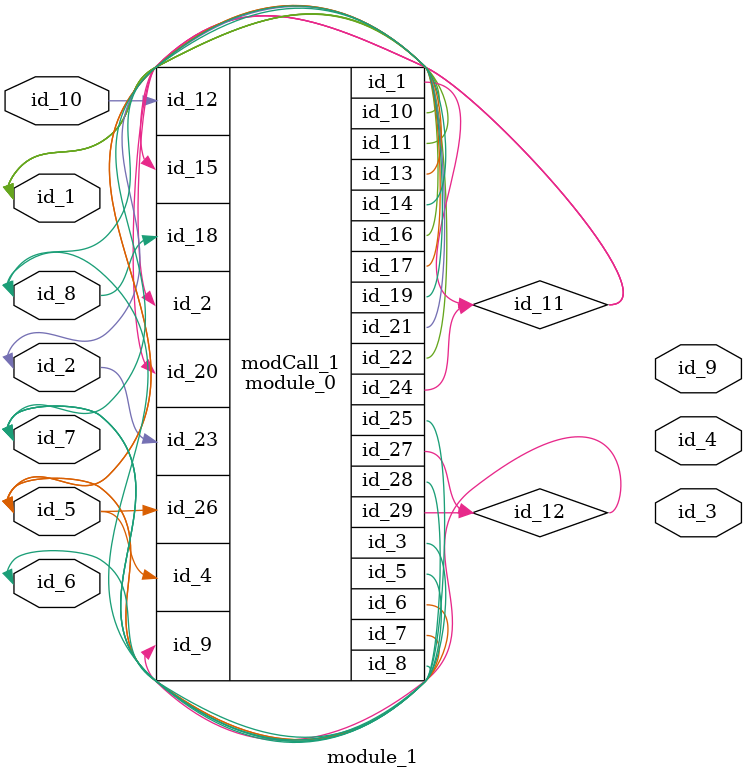
<source format=v>
module module_0 (
    id_1,
    id_2,
    id_3,
    id_4,
    id_5,
    id_6,
    id_7,
    id_8,
    id_9,
    id_10,
    id_11,
    id_12,
    id_13,
    id_14,
    id_15,
    id_16,
    id_17,
    id_18,
    id_19,
    id_20,
    id_21,
    id_22,
    id_23,
    id_24,
    id_25,
    id_26,
    id_27,
    id_28,
    id_29
);
  inout wire id_29;
  output wire id_28;
  inout wire id_27;
  input wire id_26;
  output wire id_25;
  output wire id_24;
  input wire id_23;
  output wire id_22;
  output wire id_21;
  input wire id_20;
  output wire id_19;
  input wire id_18;
  output wire id_17;
  output wire id_16;
  input wire id_15;
  inout wire id_14;
  inout wire id_13;
  input wire id_12;
  output wire id_11;
  inout wire id_10;
  input wire id_9;
  inout wire id_8;
  inout wire id_7;
  output wire id_6;
  output wire id_5;
  input wire id_4;
  output wire id_3;
  input wire id_2;
  output wire id_1;
endmodule
module module_1 (
    id_1,
    id_2,
    id_3,
    id_4,
    id_5,
    id_6,
    id_7,
    id_8,
    id_9,
    id_10
);
  inout wire id_10;
  output wire id_9;
  inout wire id_8;
  inout wire id_7;
  inout wire id_6;
  inout wire id_5;
  output wire id_4;
  output wire id_3;
  inout wire id_2;
  inout wire id_1;
  wire id_11;
  wire id_12;
  assign id_9[$realtime] = 1;
  module_0 modCall_1 (
      id_11,
      id_11,
      id_8,
      id_5,
      id_6,
      id_5,
      id_5,
      id_7,
      id_12,
      id_1,
      id_1,
      id_10,
      id_5,
      id_7,
      id_11,
      id_1,
      id_5,
      id_8,
      id_8,
      id_11,
      id_2,
      id_1,
      id_2,
      id_11,
      id_7,
      id_5,
      id_12,
      id_7,
      id_12
  );
endmodule

</source>
